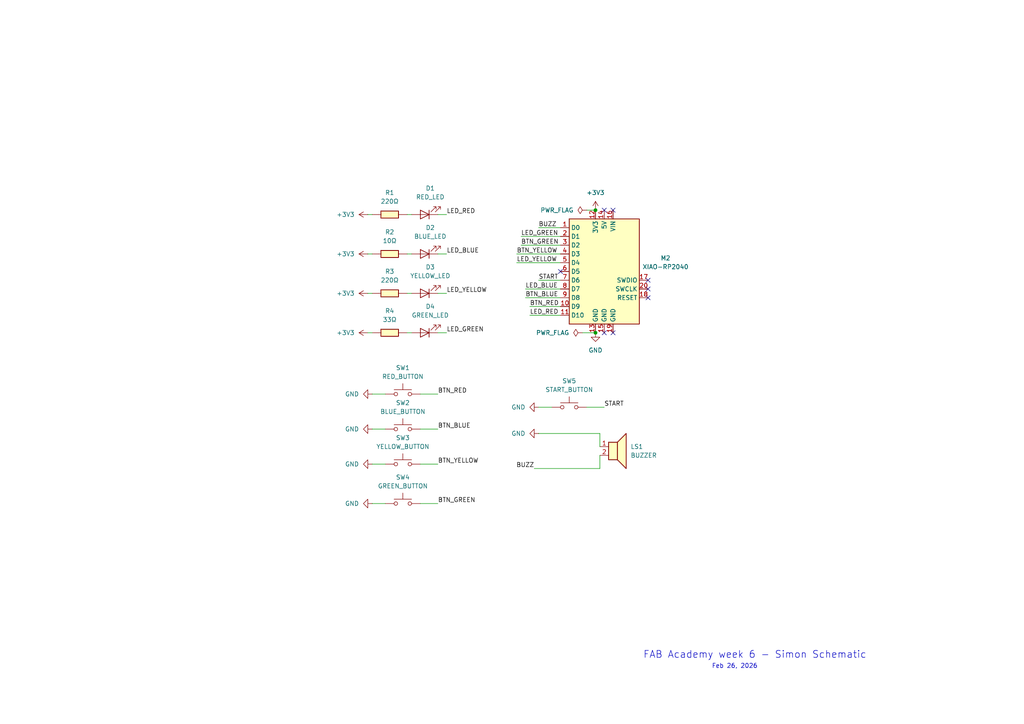
<source format=kicad_sch>
(kicad_sch (version 20250114) (generator "eeschema") (generator_version "9.0")
  (paper "A4")
  (lib_symbols
    (symbol "PCM_fab:LED_1206" (pin_numbers (hide yes)) (pin_names (offset 1.016) (hide yes))
      (property "Reference" "D" (at 0 2.54 0))
      (property "Value" "LED_1206" (at 0 -2.54 0))
      (symbol "LED_1206_0_1"
        (polyline (pts (xy -3.048 -0.762) (xy -4.572 -2.286) (xy -3.81 -2.286) (xy -4.572 -2.286) (xy -4.572 -1.524)))
        (polyline (pts (xy -1.778 -0.762) (xy -3.302 -2.286) (xy -2.54 -2.286) (xy -3.302 -2.286) (xy -3.302 -1.524)))
        (polyline (pts (xy -1.27 0) (xy 1.27 0)))
        (polyline (pts (xy -1.27 -1.27) (xy -1.27 1.27)) (stroke (width 0.2032)))
        (polyline (pts (xy 1.27 -1.27) (xy 1.27 1.27) (xy -1.27 0) (xy 1.27 -1.27)) (stroke (width 0.2032)))
      )
      (symbol "LED_1206_1_1"
        (pin passive line (at -3.81 0 0) (length 2.54) (name "K") (number "1"))
        (pin passive line (at 3.81 0 180) (length 2.54) (name "A") (number "2"))
      )
    )
    (symbol "PCM_fab:Module_XIAO-RP2040"
      (property "Reference" "M" (at -10.16 16.51 0))
      (property "Value" "Module_XIAO-RP2040" (at 3.81 16.51 0))
      (symbol "Module_XIAO-RP2040_1_1"
        (rectangle (start -10.16 15.24) (end 10.16 -15.24) (stroke (width 0.254)) (fill (type background)))
        (pin bidirectional line (at -12.7 12.7 0) (length 2.54) (name "D0") (number "1"))
        (pin bidirectional line (at -12.7 10.16 0) (length 2.54) (name "D1") (number "2"))
        (pin bidirectional line (at -12.7 7.62 0) (length 2.54) (name "D2") (number "3"))
        (pin bidirectional line (at -12.7 5.08 0) (length 2.54) (name "D3") (number "4"))
        (pin bidirectional line (at -12.7 2.54 0) (length 2.54) (name "D4") (number "5"))
        (pin bidirectional line (at -12.7 0 0) (length 2.54) (name "D5") (number "6"))
        (pin bidirectional line (at -12.7 -2.54 0) (length 2.54) (name "D6") (number "7"))
        (pin bidirectional line (at -12.7 -5.08 0) (length 2.54) (name "D7") (number "8"))
        (pin bidirectional line (at -12.7 -7.62 0) (length 2.54) (name "D8") (number "9"))
        (pin bidirectional line (at -12.7 -10.16 0) (length 2.54) (name "D9") (number "10"))
        (pin bidirectional line (at -12.7 -12.7 0) (length 2.54) (name "D10") (number "11"))
        (pin power_in line (at -2.54 17.78 270) (length 2.54) (name "3V3") (number "12"))
        (pin power_in line (at -2.54 -17.78 90) (length 2.54) (name "GND") (number "13"))
        (pin power_in line (at 0 17.78 270) (length 2.54) (name "5V") (number "14"))
        (pin power_in line (at 0 -17.78 90) (length 2.54) (name "GND") (number "15"))
        (pin power_in line (at 2.54 17.78 270) (length 2.54) (name "VIN") (number "16"))
        (pin power_in line (at 2.54 -17.78 90) (length 2.54) (name "GND") (number "19"))
        (pin bidirectional line (at 12.7 -2.54 180) (length 2.54) (name "SWDIO") (number "17"))
        (pin input line (at 12.7 -5.08 180) (length 2.54) (name "SWCLK") (number "20"))
        (pin input line (at 12.7 -7.62 180) (length 2.54) (name "RESET") (number "18"))
      )
    )
    (symbol "PCM_fab:PWR_FLAG" (power) (pin_numbers (hide yes)) (pin_names (offset 0) (hide yes))
      (property "Value" "PWR_FLAG" (at 0 3.81 0))
      (symbol "PWR_FLAG_0_1"
        (polyline (pts (xy 0 0) (xy 0 1.27) (xy -1.016 1.905) (xy 0 2.54) (xy 1.016 1.905) (xy 0 1.27)))
      )
      (symbol "PWR_FLAG_1_0"
        (pin power_out line (at 0 0 90) (length 0) (name "PWR_FLAG") (number "1"))
      )
    )
    (symbol "PCM_fab:R_1206" (pin_numbers (hide yes)) (pin_names (offset 0))
      (property "Reference" "R" (at 2.54 0 90))
      (property "Value" "R_1206" (at -2.54 0 90))
      (symbol "R_1206_0_1"
        (rectangle (start -1.016 -2.54) (end 1.016 2.54) (stroke (width 0.254)) (fill (type background)))
      )
      (symbol "R_1206_1_1"
        (pin passive line (at 0 5.08 270) (length 2.54) (name "~") (number "1"))
        (pin passive line (at 0 -5.08 90) (length 2.54) (name "~") (number "2"))
      )
    )
    (symbol "PCM_fab:Speaker" (pin_names (offset 0) (hide yes))
      (property "Reference" "LS" (at 1.27 6.35 0))
      (property "Value" "Speaker" (at 1.27 3.81 0))
      (symbol "Speaker_0_0"
        (rectangle (start -1.27 2.54) (end 1.27 -2.54) (stroke (width 0.254)) (fill (type background)))
        (polyline (pts (xy 1.27 2.54) (xy 3.81 5.08) (xy 3.81 -5.08) (xy 1.27 -2.54)) (stroke (width 0.254)) (fill (type background)))
      )
      (symbol "Speaker_1_1"
        (pin input line (at -3.81 1.27 0) (length 2.54) (name "1") (number "1"))
        (pin input line (at -3.81 -1.27 0) (length 2.54) (name "2") (number "2"))
      )
    )
    (symbol "PCM_fab:Switch_Tactile_CnK" (pin_numbers (hide yes)) (pin_names (offset 1.016) (hide yes))
      (property "Reference" "SW" (at 1.27 3.81 0))
      (property "Value" "Switch_Tactile_CnK" (at 0 0 0))
      (symbol "Switch_Tactile_CnK_0_1"
        (circle (center -2.032 0) (radius 0.508))
        (polyline (pts (xy 0 1.27) (xy 0 3.048)))
        (circle (center 2.032 0) (radius 0.508))
        (polyline (pts (xy 2.54 1.27) (xy -2.54 1.27)))
        (pin passive line (at -5.08 0 0) (length 2.54) (name "1") (number "1"))
        (pin passive line (at 5.08 0 180) (length 2.54) (name "2") (number "2"))
      )
    )
    (symbol "PCM_fab:Switch_Tactile_Omron" (pin_numbers (hide yes)) (pin_names (offset 1.016) (hide yes))
      (property "Reference" "SW" (at 1.27 2.54 0))
      (property "Value" "Switch_Tactile_Omron" (at 0 -1.524 0))
      (symbol "Switch_Tactile_Omron_0_1"
        (circle (center -2.032 0) (radius 0.508))
        (polyline (pts (xy 0 1.27) (xy 0 3.048)))
        (circle (center 2.032 0) (radius 0.508))
        (polyline (pts (xy 2.54 1.27) (xy -2.54 1.27)))
        (pin passive line (at -5.08 0 0) (length 2.54) (name "1") (number "1"))
        (pin passive line (at 5.08 0 180) (length 2.54) (name "2") (number "2"))
      )
    )
    (symbol "power:+3V3" (power) (pin_numbers (hide yes)) (pin_names (offset 0) (hide yes))
      (property "Value" "+3V3" (at 0 3.556 0))
      (symbol "+3V3_0_1"
        (polyline (pts (xy -0.762 1.27) (xy 0 2.54)))
        (polyline (pts (xy 0 2.54) (xy 0.762 1.27)))
        (polyline (pts (xy 0 0) (xy 0 2.54)))
      )
      (symbol "+3V3_1_1"
        (pin power_in line (at 0 0 90) (length 0) (name "~") (number "1"))
      )
    )
    (symbol "power:GND" (power) (pin_numbers (hide yes)) (pin_names (offset 0) (hide yes))
      (property "Value" "GND" (at 0 -3.81 0))
      (symbol "GND_0_1"
        (polyline (pts (xy 0 0) (xy 0 -1.27) (xy 1.27 -1.27) (xy 0 -2.54) (xy -1.27 -1.27) (xy 0 -1.27)))
      )
      (symbol "GND_1_1"
        (pin power_in line (at 0 0 270) (length 0) (name "~") (number "1"))
      )
    )
  )
  (text "Feb 26, 2026" (at 213.106 193.294 0) (effects (font (size 1.27 1.27))))
  (text "FAB Academy week 6 - Simon Schematic" (at 218.948 189.992 0) (effects (font (size 2.032 2.032))))
  (junction (at 172.72 96.52))
  (junction (at 172.72 60.96))
  (no_connect (at 187.96 83.82))
  (no_connect (at 187.96 81.28))
  (no_connect (at 175.26 96.52))
  (no_connect (at 177.8 96.52))
  (no_connect (at 175.26 60.96))
  (no_connect (at 162.56 78.74))
  (no_connect (at 177.8 60.96))
  (no_connect (at 187.96 86.36))
  (wire (pts (xy 127 73.66) (xy 129.54 73.66)))
  (wire (pts (xy 151.13 71.12) (xy 162.56 71.12)))
  (wire (pts (xy 151.13 68.58) (xy 162.56 68.58)))
  (wire (pts (xy 121.92 114.3) (xy 127 114.3)))
  (wire (pts (xy 127 96.52) (xy 129.54 96.52)))
  (wire (pts (xy 106.68 96.52) (xy 107.95 96.52)))
  (wire (pts (xy 153.67 91.44) (xy 162.56 91.44)))
  (wire (pts (xy 118.11 96.52) (xy 119.38 96.52)))
  (wire (pts (xy 156.21 66.04) (xy 162.56 66.04)))
  (wire (pts (xy 106.68 73.66) (xy 107.95 73.66)))
  (wire (pts (xy 106.68 62.23) (xy 107.95 62.23)))
  (wire (pts (xy 107.95 124.46) (xy 111.76 124.46)))
  (wire (pts (xy 107.95 134.62) (xy 111.76 134.62)))
  (wire (pts (xy 118.11 73.66) (xy 119.38 73.66)))
  (wire (pts (xy 154.94 135.89) (xy 173.99 135.89)))
  (wire (pts (xy 152.4 83.82) (xy 162.56 83.82)))
  (wire (pts (xy 118.11 62.23) (xy 119.38 62.23)))
  (wire (pts (xy 106.68 85.09) (xy 107.95 85.09)))
  (wire (pts (xy 170.18 60.96) (xy 172.72 60.96)))
  (wire (pts (xy 149.86 76.2) (xy 162.56 76.2)))
  (wire (pts (xy 127 85.09) (xy 129.54 85.09)))
  (wire (pts (xy 152.4 86.36) (xy 162.56 86.36)))
  (wire (pts (xy 156.21 81.28) (xy 162.56 81.28)))
  (wire (pts (xy 168.91 96.52) (xy 172.72 96.52)))
  (wire (pts (xy 149.86 73.66) (xy 162.56 73.66)))
  (wire (pts (xy 107.95 146.05) (xy 111.76 146.05)))
  (wire (pts (xy 170.18 118.11) (xy 175.26 118.11)))
  (wire (pts (xy 107.95 114.3) (xy 111.76 114.3)))
  (wire (pts (xy 121.92 146.05) (xy 127 146.05)))
  (wire (pts (xy 153.67 88.9) (xy 162.56 88.9)))
  (wire (pts (xy 173.99 125.73) (xy 173.99 129.54)))
  (wire (pts (xy 118.11 85.09) (xy 119.38 85.09)))
  (wire (pts (xy 121.92 124.46) (xy 127 124.46)))
  (wire (pts (xy 156.21 125.73) (xy 173.99 125.73)))
  (wire (pts (xy 173.99 132.08) (xy 173.99 135.89)))
  (wire (pts (xy 127 62.23) (xy 129.54 62.23)))
  (wire (pts (xy 156.21 118.11) (xy 160.02 118.11)))
  (wire (pts (xy 121.92 134.62) (xy 127 134.62)))
  (label "LED_BLUE" (at 129.54 73.66 0))
  (label "LED_YELLOW" (at 129.54 85.09 0))
  (label "BTN_RED" (at 127 114.3 0))
  (label "LED_BLUE" (at 152.4 83.82 0))
  (label "BTN_YELLOW" (at 149.86 73.66 0))
  (label "BTN_GREEN" (at 151.13 71.12 0))
  (label "LED_GREEN" (at 129.54 96.52 0))
  (label "LED_RED" (at 153.67 91.44 0))
  (label "BTN_BLUE" (at 152.4 86.36 0))
  (label "BTN_GREEN" (at 127 146.05 0))
  (label "BUZZ" (at 156.21 66.04 0))
  (label "START" (at 156.21 81.28 0))
  (label "LED_YELLOW" (at 149.86 76.2 0))
  (label "START" (at 175.26 118.11 0))
  (label "LED_RED" (at 129.54 62.23 0))
  (label "LED_GREEN" (at 151.13 68.58 0))
  (label "BUZZ" (at 154.94 135.89 180))
  (label "BTN_YELLOW" (at 127 134.62 0))
  (label "BTN_RED" (at 153.67 88.9 0))
  (label "BTN_BLUE" (at 127 124.46 0))
  (symbol (lib_id "PCM_fab:LED_1206") (at 123.19 73.66 180) (unit 1)
    (property "Reference" "D2" (at 124.7902 66.04 0))
    (property "Value" "BLUE_LED" (at 124.7902 68.58 0))
    (property "Footprint" "PCM_fab:LED_1206" (effects (hide yes)))
    (property "Datasheet" "https://optoelectronics.liteon.com/upload/download/DS-22-98-0002/LTST-C150CKT.pdf" (effects (hide yes)))
    (property "Description" "Light emitting diode, Lite-On Inc. LTST, SMD" (effects (hide yes)))
  )
  (symbol (lib_id "power:GND") (at 107.95 124.46 270) (unit 1)
    (property "Reference" "#PWR08" (effects (hide yes)))
    (property "Value" "GND" (at 104.14 124.4599 90) (effects (justify right)))
    (property "Description" "Power symbol creates a global label with name \"GND\" , ground" (effects (hide yes)))
  )
  (symbol (lib_id "PCM_fab:R_1206") (at 113.03 73.66 90) (unit 1)
    (property "Reference" "R2" (at 113.03 67.31 90))
    (property "Value" "10Ω" (at 113.03 69.85 90))
    (property "Footprint" "PCM_fab:R_1206" (effects (hide yes)))
    (property "Description" "Resistor" (effects (hide yes)))
  )
  (symbol (lib_id "PCM_fab:Switch_Tactile_Omron") (at 116.84 146.05 0) (unit 1)
    (property "Reference" "SW4" (at 116.84 138.43 0))
    (property "Value" "GREEN_BUTTON" (at 116.84 140.97 0))
    (property "Footprint" "PCM_fab:Button_Omron_B3SN_6.0x6.0mm" (effects (hide yes)))
    (property "Datasheet" "https://omronfs.omron.com/en_US/ecb/products/pdf/en-b3sn.pdf" (effects (hide yes)))
    (property "Description" "Push button switch, Omron, B3SN, Sealed Tactile Switch (SMT), SPST-NO Top Actuated Surface Mount" (effects (hide yes)))
  )
  (symbol (lib_id "power:GND") (at 107.95 114.3 270) (unit 1)
    (property "Reference" "#PWR07" (effects (hide yes)))
    (property "Value" "GND" (at 104.14 114.2999 90) (effects (justify right)))
    (property "Description" "Power symbol creates a global label with name \"GND\" , ground" (effects (hide yes)))
  )
  (symbol (lib_id "power:+3V3") (at 106.68 96.52 90) (unit 1)
    (property "Reference" "#PWR06" (effects (hide yes)))
    (property "Value" "+3V3" (at 102.87 96.5199 90) (effects (justify left)))
    (property "Description" "Power symbol creates a global label with name \"+3V3\"" (effects (hide yes)))
  )
  (symbol (lib_id "PCM_fab:Switch_Tactile_Omron") (at 116.84 124.46 0) (unit 1)
    (property "Reference" "SW2" (at 116.84 116.84 0))
    (property "Value" "BLUE_BUTTON" (at 116.84 119.38 0))
    (property "Footprint" "PCM_fab:Button_Omron_B3SN_6.0x6.0mm" (effects (hide yes)))
    (property "Datasheet" "https://omronfs.omron.com/en_US/ecb/products/pdf/en-b3sn.pdf" (effects (hide yes)))
    (property "Description" "Push button switch, Omron, B3SN, Sealed Tactile Switch (SMT), SPST-NO Top Actuated Surface Mount" (effects (hide yes)))
  )
  (symbol (lib_id "power:GND") (at 172.72 96.52 0) (unit 1)
    (property "Reference" "#PWR014" (effects (hide yes)))
    (property "Value" "GND" (at 172.72 101.6 0))
    (property "Description" "Power symbol creates a global label with name \"GND\" , ground" (effects (hide yes)))
  )
  (symbol (lib_id "power:GND") (at 107.95 134.62 270) (unit 1)
    (property "Reference" "#PWR09" (effects (hide yes)))
    (property "Value" "GND" (at 104.14 134.6199 90) (effects (justify right)))
    (property "Description" "Power symbol creates a global label with name \"GND\" , ground" (effects (hide yes)))
  )
  (symbol (lib_id "PCM_fab:R_1206") (at 113.03 62.23 90) (unit 1)
    (property "Reference" "R1" (at 113.03 55.88 90))
    (property "Value" "220Ω" (at 113.03 58.42 90))
    (property "Footprint" "PCM_fab:R_1206" (effects (hide yes)))
    (property "Description" "Resistor" (effects (hide yes)))
  )
  (symbol (lib_id "PCM_fab:Switch_Tactile_Omron") (at 116.84 134.62 0) (unit 1)
    (property "Reference" "SW3" (at 116.84 127 0))
    (property "Value" "YELLOW_BUTTON" (at 116.84 129.54 0))
    (property "Footprint" "PCM_fab:Button_Omron_B3SN_6.0x6.0mm" (effects (hide yes)))
    (property "Datasheet" "https://omronfs.omron.com/en_US/ecb/products/pdf/en-b3sn.pdf" (effects (hide yes)))
    (property "Description" "Push button switch, Omron, B3SN, Sealed Tactile Switch (SMT), SPST-NO Top Actuated Surface Mount" (effects (hide yes)))
  )
  (symbol (lib_id "power:+3V3") (at 106.68 62.23 90) (unit 1)
    (property "Reference" "#PWR03" (effects (hide yes)))
    (property "Value" "+3V3" (at 102.87 62.2299 90) (effects (justify left)))
    (property "Description" "Power symbol creates a global label with name \"+3V3\"" (effects (hide yes)))
  )
  (symbol (lib_id "power:+3V3") (at 172.72 60.96 0) (unit 1)
    (property "Reference" "#PWR013" (effects (hide yes)))
    (property "Value" "+3V3" (at 172.72 55.88 0))
    (property "Description" "Power symbol creates a global label with name \"+3V3\"" (effects (hide yes)))
  )
  (symbol (lib_id "PCM_fab:Module_XIAO-RP2040") (at 175.26 78.74 0) (unit 1)
    (property "Reference" "M2" (at 193.04 74.8598 0))
    (property "Value" "XIAO-RP2040" (at 193.04 77.3998 0))
    (property "Footprint" "PCM_fab:SeeedStudio_XIAO_RP2040" (effects (hide yes)))
    (property "Datasheet" "https://wiki.seeedstudio.com/XIAO-RP2040/" (effects (hide yes)))
    (property "Description" "RP2040 XIAO RP2040 - ARM® Dual-Core Cortex®-M0+ MCU 32-Bit Embedded Evaluation Board" (effects (hide yes)))
  )
  (symbol (lib_id "PCM_fab:PWR_FLAG") (at 170.18 60.96 90) (unit 1)
    (property "Reference" "#FLG04" (effects (hide yes)))
    (property "Value" "PWR_FLAG" (at 166.37 60.9599 90) (effects (justify left)))
    (property "Description" "Special symbol for telling ERC where power comes from" (effects (hide yes)))
  )
  (symbol (lib_id "PCM_fab:LED_1206") (at 123.19 96.52 180) (unit 1)
    (property "Reference" "D4" (at 124.7902 88.9 0))
    (property "Value" "GREEN_LED" (at 124.7902 91.44 0))
    (property "Footprint" "PCM_fab:LED_1206" (effects (hide yes)))
    (property "Datasheet" "https://optoelectronics.liteon.com/upload/download/DS-22-98-0002/LTST-C150CKT.pdf" (effects (hide yes)))
    (property "Description" "Light emitting diode, Lite-On Inc. LTST, SMD" (effects (hide yes)))
  )
  (symbol (lib_id "power:GND") (at 156.21 125.73 270) (unit 1)
    (property "Reference" "#PWR012" (effects (hide yes)))
    (property "Value" "GND" (at 152.4 125.7299 90) (effects (justify right)))
    (property "Description" "Power symbol creates a global label with name \"GND\" , ground" (effects (hide yes)))
  )
  (symbol (lib_id "PCM_fab:Switch_Tactile_Omron") (at 116.84 114.3 0) (unit 1)
    (property "Reference" "SW1" (at 116.84 106.68 0))
    (property "Value" "RED_BUTTON" (at 116.84 109.22 0))
    (property "Footprint" "PCM_fab:Button_Omron_B3SN_6.0x6.0mm" (effects (hide yes)))
    (property "Datasheet" "https://omronfs.omron.com/en_US/ecb/products/pdf/en-b3sn.pdf" (effects (hide yes)))
    (property "Description" "Push button switch, Omron, B3SN, Sealed Tactile Switch (SMT), SPST-NO Top Actuated Surface Mount" (effects (hide yes)))
  )
  (symbol (lib_id "power:GND") (at 107.95 146.05 270) (unit 1)
    (property "Reference" "#PWR010" (effects (hide yes)))
    (property "Value" "GND" (at 104.14 146.0499 90) (effects (justify right)))
    (property "Description" "Power symbol creates a global label with name \"GND\" , ground" (effects (hide yes)))
  )
  (symbol (lib_id "PCM_fab:PWR_FLAG") (at 168.91 96.52 90) (unit 1)
    (property "Reference" "#FLG03" (effects (hide yes)))
    (property "Value" "PWR_FLAG" (at 165.1 96.5199 90) (effects (justify left)))
    (property "Description" "Special symbol for telling ERC where power comes from" (effects (hide yes)))
  )
  (symbol (lib_id "power:GND") (at 156.21 118.11 270) (unit 1)
    (property "Reference" "#PWR011" (effects (hide yes)))
    (property "Value" "GND" (at 152.4 118.1099 90) (effects (justify right)))
    (property "Description" "Power symbol creates a global label with name \"GND\" , ground" (effects (hide yes)))
  )
  (symbol (lib_id "PCM_fab:LED_1206") (at 123.19 62.23 180) (unit 1)
    (property "Reference" "D1" (at 124.7902 54.61 0))
    (property "Value" "RED_LED" (at 124.7902 57.15 0))
    (property "Footprint" "PCM_fab:LED_1206" (effects (hide yes)))
    (property "Datasheet" "https://optoelectronics.liteon.com/upload/download/DS-22-98-0002/LTST-C150CKT.pdf" (effects (hide yes)))
    (property "Description" "Light emitting diode, Lite-On Inc. LTST, SMD" (effects (hide yes)))
  )
  (symbol (lib_id "power:+3V3") (at 106.68 73.66 90) (unit 1)
    (property "Reference" "#PWR04" (effects (hide yes)))
    (property "Value" "+3V3" (at 102.87 73.6599 90) (effects (justify left)))
    (property "Description" "Power symbol creates a global label with name \"+3V3\"" (effects (hide yes)))
  )
  (symbol (lib_id "PCM_fab:R_1206") (at 113.03 85.09 90) (unit 1)
    (property "Reference" "R3" (at 113.03 78.74 90))
    (property "Value" "220Ω" (at 113.03 81.28 90))
    (property "Footprint" "PCM_fab:R_1206" (effects (hide yes)))
    (property "Description" "Resistor" (effects (hide yes)))
  )
  (symbol (lib_id "PCM_fab:Speaker") (at 177.8 130.81 0) (unit 1)
    (property "Reference" "LS1" (at 182.88 129.5399 0) (effects (justify left)))
    (property "Value" "BUZZER" (at 182.88 132.0799 0) (effects (justify left)))
    (property "Footprint" "PCM_fab:PinHeader_01x02_P2.54mm_Horizontal_SMD" (effects (hide yes)))
    (property "Description" "Generic sound device" (effects (hide yes)))
  )
  (symbol (lib_id "power:+3V3") (at 106.68 85.09 90) (unit 1)
    (property "Reference" "#PWR05" (effects (hide yes)))
    (property "Value" "+3V3" (at 102.87 85.0899 90) (effects (justify left)))
    (property "Description" "Power symbol creates a global label with name \"+3V3\"" (effects (hide yes)))
  )
  (symbol (lib_id "PCM_fab:R_1206") (at 113.03 96.52 90) (unit 1)
    (property "Reference" "R4" (at 113.03 90.17 90))
    (property "Value" "33Ω" (at 113.03 92.71 90))
    (property "Footprint" "PCM_fab:R_1206" (effects (hide yes)))
    (property "Description" "Resistor" (effects (hide yes)))
  )
  (symbol (lib_id "PCM_fab:LED_1206") (at 123.19 85.09 180) (unit 1)
    (property "Reference" "D3" (at 124.7902 77.47 0))
    (property "Value" "YELLOW_LED" (at 124.7902 80.01 0))
    (property "Footprint" "PCM_fab:LED_1206" (effects (hide yes)))
    (property "Datasheet" "https://optoelectronics.liteon.com/upload/download/DS-22-98-0002/LTST-C150CKT.pdf" (effects (hide yes)))
    (property "Description" "Light emitting diode, Lite-On Inc. LTST, SMD" (effects (hide yes)))
  )
  (symbol (lib_id "PCM_fab:Switch_Tactile_CnK") (at 165.1 118.11 0) (unit 1)
    (property "Reference" "SW5" (at 165.1 110.49 0))
    (property "Value" "START_BUTTON" (at 165.1 113.03 0))
    (property "Footprint" "PCM_fab:Button_CnK_PTS636.0_6x3.5mm" (effects (hide yes)))
    (property "Datasheet" "https://www.ckswitches.com/media/2779/pts636.pdf" (effects (hide yes)))
    (property "Description" "Push button switch, C&K PTS636 SM25F SMTR LFS, Tactile Switch SPST-NO Top Actuated Surface Mount" (effects (hide yes)))
  )
)
</source>
